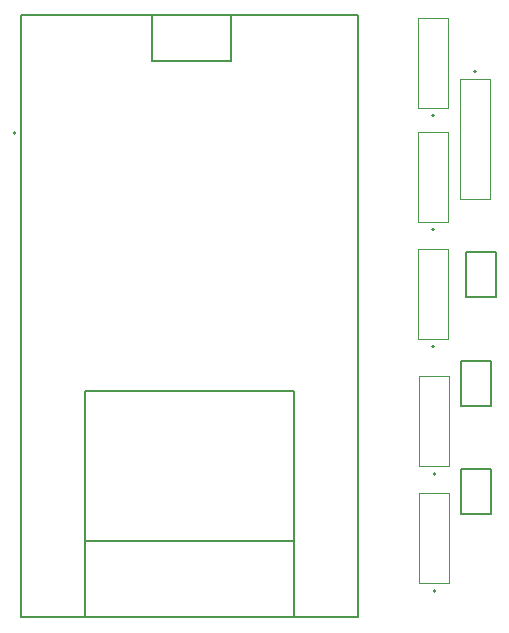
<source format=gbr>
G04*
G04 #@! TF.GenerationSoftware,Altium Limited,Altium Designer,22.4.2 (48)*
G04*
G04 Layer_Color=16711935*
%FSLAX25Y25*%
%MOIN*%
G70*
G04*
G04 #@! TF.SameCoordinates,AC32F47B-EC56-4475-8078-1485B9E55ABE*
G04*
G04*
G04 #@! TF.FilePolarity,Positive*
G04*
G01*
G75*
%ADD10C,0.00787*%
%ADD11C,0.00500*%
%ADD35C,0.00394*%
D10*
X391429Y277083D02*
G03*
X391429Y277083I-394J0D01*
G01*
X531394Y124441D02*
G03*
X531394Y124441I-394J0D01*
G01*
Y163441D02*
G03*
X531394Y163441I-394J0D01*
G01*
X530894Y205941D02*
G03*
X530894Y205941I-394J0D01*
G01*
Y244941D02*
G03*
X530894Y244941I-394J0D01*
G01*
Y282941D02*
G03*
X530894Y282941I-394J0D01*
G01*
X544894Y297638D02*
G03*
X544894Y297638I-394J0D01*
G01*
D11*
X436858Y300980D02*
Y316295D01*
Y300980D02*
X463280D01*
Y316295D01*
X414421Y141256D02*
X484067D01*
Y115705D02*
Y141256D01*
Y190980D01*
X414421D02*
X484067D01*
X414421Y141256D02*
Y190980D01*
Y115705D02*
Y141256D01*
X484067Y115705D02*
X505524D01*
X414421D02*
X484067D01*
X393280D02*
X414421D01*
X505524D02*
Y316295D01*
X393280Y115705D02*
Y316295D01*
X463280D02*
X505524D01*
X436858D02*
X463280D01*
X393280D02*
X436858D01*
X540000Y150000D02*
Y165000D01*
X550000D01*
Y150000D02*
Y165000D01*
X540000Y150000D02*
X550000D01*
X540000Y186000D02*
Y201000D01*
X550000D01*
Y186000D02*
Y201000D01*
X540000Y186000D02*
X550000D01*
X541500Y222500D02*
Y237500D01*
X551500D01*
Y222500D02*
Y237500D01*
X541500Y222500D02*
X551500D01*
D35*
X526000Y127000D02*
X536000D01*
X526000D02*
Y157000D01*
X536000Y127000D02*
Y157000D01*
X526000D02*
X536000D01*
X526000Y166000D02*
X536000D01*
X526000D02*
Y196000D01*
X536000Y166000D02*
Y196000D01*
X526000D02*
X536000D01*
X525500Y208500D02*
X535500D01*
X525500D02*
Y238500D01*
X535500Y208500D02*
Y238500D01*
X525500D02*
X535500D01*
X525500Y247500D02*
X535500D01*
X525500D02*
Y277500D01*
X535500Y247500D02*
Y277500D01*
X525500D02*
X535500D01*
X525500Y285500D02*
X535500D01*
X525500D02*
Y315500D01*
X535500Y285500D02*
Y315500D01*
X525500D02*
X535500D01*
X549402Y255000D02*
Y295000D01*
X539598D02*
X549402D01*
X539598Y255000D02*
Y295000D01*
Y255000D02*
X549402D01*
M02*

</source>
